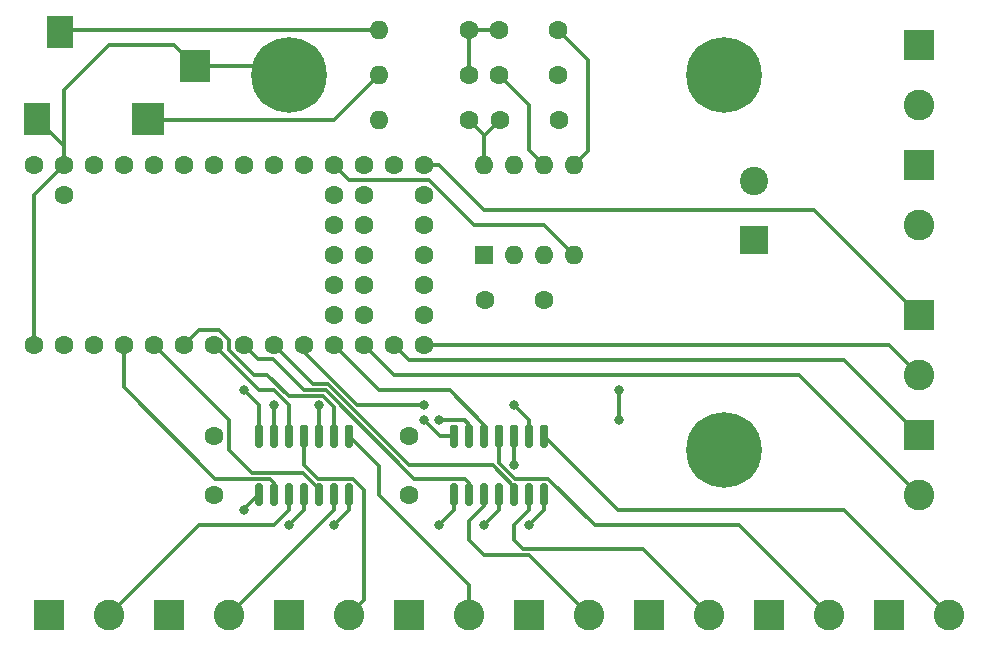
<source format=gbr>
%TF.GenerationSoftware,KiCad,Pcbnew,(5.1.10)-1*%
%TF.CreationDate,2022-06-29T20:33:17-04:00*%
%TF.ProjectId,RPI4_LEDs,52504934-5f4c-4454-9473-2e6b69636164,rev?*%
%TF.SameCoordinates,Original*%
%TF.FileFunction,Copper,L1,Top*%
%TF.FilePolarity,Positive*%
%FSLAX46Y46*%
G04 Gerber Fmt 4.6, Leading zero omitted, Abs format (unit mm)*
G04 Created by KiCad (PCBNEW (5.1.10)-1) date 2022-06-29 20:33:17*
%MOMM*%
%LPD*%
G01*
G04 APERTURE LIST*
%TA.AperFunction,ComponentPad*%
%ADD10C,1.600000*%
%TD*%
%TA.AperFunction,ComponentPad*%
%ADD11C,2.400000*%
%TD*%
%TA.AperFunction,ComponentPad*%
%ADD12R,2.400000X2.400000*%
%TD*%
%TA.AperFunction,ComponentPad*%
%ADD13O,1.600000X1.600000*%
%TD*%
%TA.AperFunction,ComponentPad*%
%ADD14C,2.600000*%
%TD*%
%TA.AperFunction,ComponentPad*%
%ADD15R,2.600000X2.600000*%
%TD*%
%TA.AperFunction,ComponentPad*%
%ADD16C,0.800000*%
%TD*%
%TA.AperFunction,ComponentPad*%
%ADD17C,6.400000*%
%TD*%
%TA.AperFunction,SMDPad,CuDef*%
%ADD18R,2.800000X2.800000*%
%TD*%
%TA.AperFunction,SMDPad,CuDef*%
%ADD19R,2.600000X2.800000*%
%TD*%
%TA.AperFunction,SMDPad,CuDef*%
%ADD20R,2.200000X2.800000*%
%TD*%
%TA.AperFunction,ComponentPad*%
%ADD21R,1.600000X1.600000*%
%TD*%
%TA.AperFunction,ViaPad*%
%ADD22C,0.800000*%
%TD*%
%TA.AperFunction,Conductor*%
%ADD23C,0.300000*%
%TD*%
%TA.AperFunction,Conductor*%
%ADD24C,0.400000*%
%TD*%
G04 APERTURE END LIST*
D10*
%TO.P,C7,2*%
%TO.N,Net-(C7-Pad2)*%
X133430000Y-80010000D03*
%TO.P,C7,1*%
%TO.N,GNDREF*%
X138430000Y-80010000D03*
%TD*%
D11*
%TO.P,C3,2*%
%TO.N,GNDREF*%
X154940000Y-85170000D03*
D12*
%TO.P,C3,1*%
%TO.N,+5V*%
X154940000Y-90170000D03*
%TD*%
D13*
%TO.P,R1,2*%
%TO.N,/Left*%
X123190000Y-72390000D03*
D10*
%TO.P,R1,1*%
%TO.N,Net-(C5-Pad1)*%
X130810000Y-72390000D03*
%TD*%
D14*
%TO.P,J13,2*%
%TO.N,GNDREF*%
X168910000Y-78740000D03*
D15*
%TO.P,J13,1*%
X168910000Y-73660000D03*
%TD*%
D14*
%TO.P,J12,2*%
%TO.N,+5V*%
X168910000Y-88900000D03*
D15*
%TO.P,J12,1*%
X168910000Y-83820000D03*
%TD*%
D16*
%TO.P,H4,1*%
%TO.N,GNDREF*%
X154097056Y-74502944D03*
X152400000Y-73800000D03*
X150702944Y-74502944D03*
X150000000Y-76200000D03*
X150702944Y-77897056D03*
X152400000Y-78600000D03*
X154097056Y-77897056D03*
X154800000Y-76200000D03*
D17*
X152400000Y-76200000D03*
%TD*%
D16*
%TO.P,H3,1*%
%TO.N,GNDREF*%
X154097056Y-106252944D03*
X152400000Y-105550000D03*
X150702944Y-106252944D03*
X150000000Y-107950000D03*
X150702944Y-109647056D03*
X152400000Y-110350000D03*
X154097056Y-109647056D03*
X154800000Y-107950000D03*
D17*
X152400000Y-107950000D03*
%TD*%
D16*
%TO.P,H2,1*%
%TO.N,GNDREF*%
X117267056Y-74502944D03*
X115570000Y-73800000D03*
X113872944Y-74502944D03*
X113170000Y-76200000D03*
X113872944Y-77897056D03*
X115570000Y-78600000D03*
X117267056Y-77897056D03*
X117970000Y-76200000D03*
D17*
X115570000Y-76200000D03*
%TD*%
D18*
%TO.P,J10,T*%
%TO.N,/Right*%
X103590000Y-79900000D03*
D19*
%TO.P,J10,R2*%
%TO.N,GNDREF*%
X107590000Y-75450000D03*
D20*
%TO.P,J10,S*%
X94190000Y-79900000D03*
%TO.P,J10,R1*%
%TO.N,/Left*%
X96190000Y-72500000D03*
%TD*%
D13*
%TO.P,U4,8*%
%TO.N,Net-(C7-Pad2)*%
X132080000Y-83820000D03*
%TO.P,U4,4*%
%TO.N,/Strobe*%
X139700000Y-91440000D03*
%TO.P,U4,7*%
%TO.N,/Reset_Equalizer*%
X134620000Y-83820000D03*
%TO.P,U4,3*%
%TO.N,/Equalizer_Out*%
X137160000Y-91440000D03*
%TO.P,U4,6*%
%TO.N,Net-(C6-Pad1)*%
X137160000Y-83820000D03*
%TO.P,U4,2*%
%TO.N,GNDREF*%
X134620000Y-91440000D03*
%TO.P,U4,5*%
%TO.N,Net-(C5-Pad2)*%
X139700000Y-83820000D03*
D21*
%TO.P,U4,1*%
%TO.N,+3V3*%
X132080000Y-91440000D03*
%TD*%
%TO.P,U3,14*%
%TO.N,+5V*%
%TA.AperFunction,SMDPad,CuDef*%
G36*
G01*
X129690000Y-107720000D02*
X129390000Y-107720000D01*
G75*
G02*
X129240000Y-107570000I0J150000D01*
G01*
X129240000Y-105920000D01*
G75*
G02*
X129390000Y-105770000I150000J0D01*
G01*
X129690000Y-105770000D01*
G75*
G02*
X129840000Y-105920000I0J-150000D01*
G01*
X129840000Y-107570000D01*
G75*
G02*
X129690000Y-107720000I-150000J0D01*
G01*
G37*
%TD.AperFunction*%
%TO.P,U3,13*%
%TO.N,GNDREF*%
%TA.AperFunction,SMDPad,CuDef*%
G36*
G01*
X130960000Y-107720000D02*
X130660000Y-107720000D01*
G75*
G02*
X130510000Y-107570000I0J150000D01*
G01*
X130510000Y-105920000D01*
G75*
G02*
X130660000Y-105770000I150000J0D01*
G01*
X130960000Y-105770000D01*
G75*
G02*
X131110000Y-105920000I0J-150000D01*
G01*
X131110000Y-107570000D01*
G75*
G02*
X130960000Y-107720000I-150000J0D01*
G01*
G37*
%TD.AperFunction*%
%TO.P,U3,12*%
%TO.N,/LED_7_3V3*%
%TA.AperFunction,SMDPad,CuDef*%
G36*
G01*
X132230000Y-107720000D02*
X131930000Y-107720000D01*
G75*
G02*
X131780000Y-107570000I0J150000D01*
G01*
X131780000Y-105920000D01*
G75*
G02*
X131930000Y-105770000I150000J0D01*
G01*
X132230000Y-105770000D01*
G75*
G02*
X132380000Y-105920000I0J-150000D01*
G01*
X132380000Y-107570000D01*
G75*
G02*
X132230000Y-107720000I-150000J0D01*
G01*
G37*
%TD.AperFunction*%
%TO.P,U3,11*%
%TO.N,/LED_7*%
%TA.AperFunction,SMDPad,CuDef*%
G36*
G01*
X133500000Y-107720000D02*
X133200000Y-107720000D01*
G75*
G02*
X133050000Y-107570000I0J150000D01*
G01*
X133050000Y-105920000D01*
G75*
G02*
X133200000Y-105770000I150000J0D01*
G01*
X133500000Y-105770000D01*
G75*
G02*
X133650000Y-105920000I0J-150000D01*
G01*
X133650000Y-107570000D01*
G75*
G02*
X133500000Y-107720000I-150000J0D01*
G01*
G37*
%TD.AperFunction*%
%TO.P,U3,10*%
%TO.N,GNDREF*%
%TA.AperFunction,SMDPad,CuDef*%
G36*
G01*
X134770000Y-107720000D02*
X134470000Y-107720000D01*
G75*
G02*
X134320000Y-107570000I0J150000D01*
G01*
X134320000Y-105920000D01*
G75*
G02*
X134470000Y-105770000I150000J0D01*
G01*
X134770000Y-105770000D01*
G75*
G02*
X134920000Y-105920000I0J-150000D01*
G01*
X134920000Y-107570000D01*
G75*
G02*
X134770000Y-107720000I-150000J0D01*
G01*
G37*
%TD.AperFunction*%
%TO.P,U3,9*%
%TO.N,/LED_6_3V3*%
%TA.AperFunction,SMDPad,CuDef*%
G36*
G01*
X136040000Y-107720000D02*
X135740000Y-107720000D01*
G75*
G02*
X135590000Y-107570000I0J150000D01*
G01*
X135590000Y-105920000D01*
G75*
G02*
X135740000Y-105770000I150000J0D01*
G01*
X136040000Y-105770000D01*
G75*
G02*
X136190000Y-105920000I0J-150000D01*
G01*
X136190000Y-107570000D01*
G75*
G02*
X136040000Y-107720000I-150000J0D01*
G01*
G37*
%TD.AperFunction*%
%TO.P,U3,8*%
%TO.N,/LED_6*%
%TA.AperFunction,SMDPad,CuDef*%
G36*
G01*
X137310000Y-107720000D02*
X137010000Y-107720000D01*
G75*
G02*
X136860000Y-107570000I0J150000D01*
G01*
X136860000Y-105920000D01*
G75*
G02*
X137010000Y-105770000I150000J0D01*
G01*
X137310000Y-105770000D01*
G75*
G02*
X137460000Y-105920000I0J-150000D01*
G01*
X137460000Y-107570000D01*
G75*
G02*
X137310000Y-107720000I-150000J0D01*
G01*
G37*
%TD.AperFunction*%
%TO.P,U3,7*%
%TO.N,GNDREF*%
%TA.AperFunction,SMDPad,CuDef*%
G36*
G01*
X137310000Y-112670000D02*
X137010000Y-112670000D01*
G75*
G02*
X136860000Y-112520000I0J150000D01*
G01*
X136860000Y-110870000D01*
G75*
G02*
X137010000Y-110720000I150000J0D01*
G01*
X137310000Y-110720000D01*
G75*
G02*
X137460000Y-110870000I0J-150000D01*
G01*
X137460000Y-112520000D01*
G75*
G02*
X137310000Y-112670000I-150000J0D01*
G01*
G37*
%TD.AperFunction*%
%TO.P,U3,6*%
%TO.N,/LED_5*%
%TA.AperFunction,SMDPad,CuDef*%
G36*
G01*
X136040000Y-112670000D02*
X135740000Y-112670000D01*
G75*
G02*
X135590000Y-112520000I0J150000D01*
G01*
X135590000Y-110870000D01*
G75*
G02*
X135740000Y-110720000I150000J0D01*
G01*
X136040000Y-110720000D01*
G75*
G02*
X136190000Y-110870000I0J-150000D01*
G01*
X136190000Y-112520000D01*
G75*
G02*
X136040000Y-112670000I-150000J0D01*
G01*
G37*
%TD.AperFunction*%
%TO.P,U3,5*%
%TO.N,/LED_5_3V3*%
%TA.AperFunction,SMDPad,CuDef*%
G36*
G01*
X134770000Y-112670000D02*
X134470000Y-112670000D01*
G75*
G02*
X134320000Y-112520000I0J150000D01*
G01*
X134320000Y-110870000D01*
G75*
G02*
X134470000Y-110720000I150000J0D01*
G01*
X134770000Y-110720000D01*
G75*
G02*
X134920000Y-110870000I0J-150000D01*
G01*
X134920000Y-112520000D01*
G75*
G02*
X134770000Y-112670000I-150000J0D01*
G01*
G37*
%TD.AperFunction*%
%TO.P,U3,4*%
%TO.N,GNDREF*%
%TA.AperFunction,SMDPad,CuDef*%
G36*
G01*
X133500000Y-112670000D02*
X133200000Y-112670000D01*
G75*
G02*
X133050000Y-112520000I0J150000D01*
G01*
X133050000Y-110870000D01*
G75*
G02*
X133200000Y-110720000I150000J0D01*
G01*
X133500000Y-110720000D01*
G75*
G02*
X133650000Y-110870000I0J-150000D01*
G01*
X133650000Y-112520000D01*
G75*
G02*
X133500000Y-112670000I-150000J0D01*
G01*
G37*
%TD.AperFunction*%
%TO.P,U3,3*%
%TO.N,/LED_4*%
%TA.AperFunction,SMDPad,CuDef*%
G36*
G01*
X132230000Y-112670000D02*
X131930000Y-112670000D01*
G75*
G02*
X131780000Y-112520000I0J150000D01*
G01*
X131780000Y-110870000D01*
G75*
G02*
X131930000Y-110720000I150000J0D01*
G01*
X132230000Y-110720000D01*
G75*
G02*
X132380000Y-110870000I0J-150000D01*
G01*
X132380000Y-112520000D01*
G75*
G02*
X132230000Y-112670000I-150000J0D01*
G01*
G37*
%TD.AperFunction*%
%TO.P,U3,2*%
%TO.N,/LED_4_3V3*%
%TA.AperFunction,SMDPad,CuDef*%
G36*
G01*
X130960000Y-112670000D02*
X130660000Y-112670000D01*
G75*
G02*
X130510000Y-112520000I0J150000D01*
G01*
X130510000Y-110870000D01*
G75*
G02*
X130660000Y-110720000I150000J0D01*
G01*
X130960000Y-110720000D01*
G75*
G02*
X131110000Y-110870000I0J-150000D01*
G01*
X131110000Y-112520000D01*
G75*
G02*
X130960000Y-112670000I-150000J0D01*
G01*
G37*
%TD.AperFunction*%
%TO.P,U3,1*%
%TO.N,GNDREF*%
%TA.AperFunction,SMDPad,CuDef*%
G36*
G01*
X129690000Y-112670000D02*
X129390000Y-112670000D01*
G75*
G02*
X129240000Y-112520000I0J150000D01*
G01*
X129240000Y-110870000D01*
G75*
G02*
X129390000Y-110720000I150000J0D01*
G01*
X129690000Y-110720000D01*
G75*
G02*
X129840000Y-110870000I0J-150000D01*
G01*
X129840000Y-112520000D01*
G75*
G02*
X129690000Y-112670000I-150000J0D01*
G01*
G37*
%TD.AperFunction*%
%TD*%
D10*
%TO.P,U2,44*%
%TO.N,Net-(U2-Pad44)*%
X119380000Y-96520000D03*
%TO.P,U2,43*%
%TO.N,Net-(U2-Pad43)*%
X121920000Y-96520000D03*
%TO.P,U2,42*%
%TO.N,Net-(U2-Pad42)*%
X119380000Y-93980000D03*
%TO.P,U2,41*%
%TO.N,Net-(U2-Pad41)*%
X121920000Y-93980000D03*
%TO.P,U2,40*%
%TO.N,Net-(U2-Pad40)*%
X119380000Y-91440000D03*
%TO.P,U2,39*%
%TO.N,Net-(U2-Pad39)*%
X121920000Y-91440000D03*
%TO.P,U2,38*%
%TO.N,Net-(U2-Pad38)*%
X119380000Y-88900000D03*
%TO.P,U2,37*%
%TO.N,Net-(U2-Pad37)*%
X121920000Y-88900000D03*
%TO.P,U2,36*%
%TO.N,Net-(U2-Pad36)*%
X119380000Y-86360000D03*
%TO.P,U2,35*%
%TO.N,Net-(U2-Pad35)*%
X121920000Y-86360000D03*
%TO.P,U2,1*%
%TO.N,GNDREF*%
X93980000Y-99060000D03*
%TO.P,U2,2*%
%TO.N,Net-(U2-Pad2)*%
X96520000Y-99060000D03*
%TO.P,U2,3*%
%TO.N,Net-(U2-Pad3)*%
X99060000Y-99060000D03*
%TO.P,U2,4*%
%TO.N,/LED_0_3V3*%
X101600000Y-99060000D03*
%TO.P,U2,5*%
%TO.N,/LED_1_3V3*%
X104140000Y-99060000D03*
%TO.P,U2,6*%
%TO.N,/LED_2_3V3*%
X106680000Y-99060000D03*
%TO.P,U2,7*%
%TO.N,/LED_3_3V3*%
X109220000Y-99060000D03*
%TO.P,U2,8*%
%TO.N,/LED_4_3V3*%
X111760000Y-99060000D03*
%TO.P,U2,9*%
%TO.N,/LED_5_3V3*%
X114300000Y-99060000D03*
%TO.P,U2,10*%
%TO.N,/LED_6_3V3*%
X116840000Y-99060000D03*
%TO.P,U2,11*%
%TO.N,/LED_7_3V3*%
X119380000Y-99060000D03*
%TO.P,U2,12*%
%TO.N,/CS*%
X121920000Y-99060000D03*
%TO.P,U2,13*%
%TO.N,/MOSI*%
X124460000Y-99060000D03*
%TO.P,U2,34*%
%TO.N,Net-(U2-Pad34)*%
X96520000Y-86360000D03*
%TO.P,U2,33*%
%TO.N,+5V*%
X93980000Y-83820000D03*
%TO.P,U2,32*%
%TO.N,GNDREF*%
X96520000Y-83820000D03*
%TO.P,U2,31*%
%TO.N,+3V3*%
X99060000Y-83820000D03*
%TO.P,U2,30*%
%TO.N,Net-(U2-Pad30)*%
X101600000Y-83820000D03*
%TO.P,U2,29*%
%TO.N,Net-(U2-Pad29)*%
X104140000Y-83820000D03*
%TO.P,U2,28*%
%TO.N,Net-(U2-Pad28)*%
X106680000Y-83820000D03*
%TO.P,U2,27*%
%TO.N,Net-(U2-Pad27)*%
X109220000Y-83820000D03*
%TO.P,U2,26*%
%TO.N,Net-(U2-Pad26)*%
X111760000Y-83820000D03*
%TO.P,U2,25*%
%TO.N,Net-(U2-Pad25)*%
X114300000Y-83820000D03*
%TO.P,U2,24*%
%TO.N,Net-(U2-Pad24)*%
X116840000Y-83820000D03*
%TO.P,U2,23*%
%TO.N,/Strobe*%
X119380000Y-83820000D03*
%TO.P,U2,22*%
%TO.N,/Reset_Equalizer*%
X121920000Y-83820000D03*
%TO.P,U2,21*%
%TO.N,/Equalizer_Out*%
X124460000Y-83820000D03*
%TO.P,U2,14*%
%TO.N,/MISO*%
X127000000Y-99060000D03*
%TO.P,U2,15*%
%TO.N,Net-(U2-Pad15)*%
X127000000Y-96520000D03*
%TO.P,U2,16*%
%TO.N,Net-(U2-Pad16)*%
X127000000Y-93980000D03*
%TO.P,U2,20*%
%TO.N,/SCK*%
X127000000Y-83820000D03*
%TO.P,U2,19*%
%TO.N,Net-(U2-Pad19)*%
X127000000Y-86360000D03*
%TO.P,U2,18*%
%TO.N,Net-(U2-Pad18)*%
X127000000Y-88900000D03*
%TO.P,U2,17*%
%TO.N,Net-(U2-Pad17)*%
X127000000Y-91440000D03*
%TD*%
%TO.P,U1,14*%
%TO.N,+5V*%
%TA.AperFunction,SMDPad,CuDef*%
G36*
G01*
X113180000Y-107720000D02*
X112880000Y-107720000D01*
G75*
G02*
X112730000Y-107570000I0J150000D01*
G01*
X112730000Y-105920000D01*
G75*
G02*
X112880000Y-105770000I150000J0D01*
G01*
X113180000Y-105770000D01*
G75*
G02*
X113330000Y-105920000I0J-150000D01*
G01*
X113330000Y-107570000D01*
G75*
G02*
X113180000Y-107720000I-150000J0D01*
G01*
G37*
%TD.AperFunction*%
%TO.P,U1,13*%
%TO.N,GNDREF*%
%TA.AperFunction,SMDPad,CuDef*%
G36*
G01*
X114450000Y-107720000D02*
X114150000Y-107720000D01*
G75*
G02*
X114000000Y-107570000I0J150000D01*
G01*
X114000000Y-105920000D01*
G75*
G02*
X114150000Y-105770000I150000J0D01*
G01*
X114450000Y-105770000D01*
G75*
G02*
X114600000Y-105920000I0J-150000D01*
G01*
X114600000Y-107570000D01*
G75*
G02*
X114450000Y-107720000I-150000J0D01*
G01*
G37*
%TD.AperFunction*%
%TO.P,U1,12*%
%TO.N,/LED_3_3V3*%
%TA.AperFunction,SMDPad,CuDef*%
G36*
G01*
X115720000Y-107720000D02*
X115420000Y-107720000D01*
G75*
G02*
X115270000Y-107570000I0J150000D01*
G01*
X115270000Y-105920000D01*
G75*
G02*
X115420000Y-105770000I150000J0D01*
G01*
X115720000Y-105770000D01*
G75*
G02*
X115870000Y-105920000I0J-150000D01*
G01*
X115870000Y-107570000D01*
G75*
G02*
X115720000Y-107720000I-150000J0D01*
G01*
G37*
%TD.AperFunction*%
%TO.P,U1,11*%
%TO.N,/LED_3*%
%TA.AperFunction,SMDPad,CuDef*%
G36*
G01*
X116990000Y-107720000D02*
X116690000Y-107720000D01*
G75*
G02*
X116540000Y-107570000I0J150000D01*
G01*
X116540000Y-105920000D01*
G75*
G02*
X116690000Y-105770000I150000J0D01*
G01*
X116990000Y-105770000D01*
G75*
G02*
X117140000Y-105920000I0J-150000D01*
G01*
X117140000Y-107570000D01*
G75*
G02*
X116990000Y-107720000I-150000J0D01*
G01*
G37*
%TD.AperFunction*%
%TO.P,U1,10*%
%TO.N,GNDREF*%
%TA.AperFunction,SMDPad,CuDef*%
G36*
G01*
X118260000Y-107720000D02*
X117960000Y-107720000D01*
G75*
G02*
X117810000Y-107570000I0J150000D01*
G01*
X117810000Y-105920000D01*
G75*
G02*
X117960000Y-105770000I150000J0D01*
G01*
X118260000Y-105770000D01*
G75*
G02*
X118410000Y-105920000I0J-150000D01*
G01*
X118410000Y-107570000D01*
G75*
G02*
X118260000Y-107720000I-150000J0D01*
G01*
G37*
%TD.AperFunction*%
%TO.P,U1,9*%
%TO.N,/LED_2_3V3*%
%TA.AperFunction,SMDPad,CuDef*%
G36*
G01*
X119530000Y-107720000D02*
X119230000Y-107720000D01*
G75*
G02*
X119080000Y-107570000I0J150000D01*
G01*
X119080000Y-105920000D01*
G75*
G02*
X119230000Y-105770000I150000J0D01*
G01*
X119530000Y-105770000D01*
G75*
G02*
X119680000Y-105920000I0J-150000D01*
G01*
X119680000Y-107570000D01*
G75*
G02*
X119530000Y-107720000I-150000J0D01*
G01*
G37*
%TD.AperFunction*%
%TO.P,U1,8*%
%TO.N,/LED_2*%
%TA.AperFunction,SMDPad,CuDef*%
G36*
G01*
X120800000Y-107720000D02*
X120500000Y-107720000D01*
G75*
G02*
X120350000Y-107570000I0J150000D01*
G01*
X120350000Y-105920000D01*
G75*
G02*
X120500000Y-105770000I150000J0D01*
G01*
X120800000Y-105770000D01*
G75*
G02*
X120950000Y-105920000I0J-150000D01*
G01*
X120950000Y-107570000D01*
G75*
G02*
X120800000Y-107720000I-150000J0D01*
G01*
G37*
%TD.AperFunction*%
%TO.P,U1,7*%
%TO.N,GNDREF*%
%TA.AperFunction,SMDPad,CuDef*%
G36*
G01*
X120800000Y-112670000D02*
X120500000Y-112670000D01*
G75*
G02*
X120350000Y-112520000I0J150000D01*
G01*
X120350000Y-110870000D01*
G75*
G02*
X120500000Y-110720000I150000J0D01*
G01*
X120800000Y-110720000D01*
G75*
G02*
X120950000Y-110870000I0J-150000D01*
G01*
X120950000Y-112520000D01*
G75*
G02*
X120800000Y-112670000I-150000J0D01*
G01*
G37*
%TD.AperFunction*%
%TO.P,U1,6*%
%TO.N,/LED_1*%
%TA.AperFunction,SMDPad,CuDef*%
G36*
G01*
X119530000Y-112670000D02*
X119230000Y-112670000D01*
G75*
G02*
X119080000Y-112520000I0J150000D01*
G01*
X119080000Y-110870000D01*
G75*
G02*
X119230000Y-110720000I150000J0D01*
G01*
X119530000Y-110720000D01*
G75*
G02*
X119680000Y-110870000I0J-150000D01*
G01*
X119680000Y-112520000D01*
G75*
G02*
X119530000Y-112670000I-150000J0D01*
G01*
G37*
%TD.AperFunction*%
%TO.P,U1,5*%
%TO.N,/LED_1_3V3*%
%TA.AperFunction,SMDPad,CuDef*%
G36*
G01*
X118260000Y-112670000D02*
X117960000Y-112670000D01*
G75*
G02*
X117810000Y-112520000I0J150000D01*
G01*
X117810000Y-110870000D01*
G75*
G02*
X117960000Y-110720000I150000J0D01*
G01*
X118260000Y-110720000D01*
G75*
G02*
X118410000Y-110870000I0J-150000D01*
G01*
X118410000Y-112520000D01*
G75*
G02*
X118260000Y-112670000I-150000J0D01*
G01*
G37*
%TD.AperFunction*%
%TO.P,U1,4*%
%TO.N,GNDREF*%
%TA.AperFunction,SMDPad,CuDef*%
G36*
G01*
X116990000Y-112670000D02*
X116690000Y-112670000D01*
G75*
G02*
X116540000Y-112520000I0J150000D01*
G01*
X116540000Y-110870000D01*
G75*
G02*
X116690000Y-110720000I150000J0D01*
G01*
X116990000Y-110720000D01*
G75*
G02*
X117140000Y-110870000I0J-150000D01*
G01*
X117140000Y-112520000D01*
G75*
G02*
X116990000Y-112670000I-150000J0D01*
G01*
G37*
%TD.AperFunction*%
%TO.P,U1,3*%
%TO.N,/LED_0*%
%TA.AperFunction,SMDPad,CuDef*%
G36*
G01*
X115720000Y-112670000D02*
X115420000Y-112670000D01*
G75*
G02*
X115270000Y-112520000I0J150000D01*
G01*
X115270000Y-110870000D01*
G75*
G02*
X115420000Y-110720000I150000J0D01*
G01*
X115720000Y-110720000D01*
G75*
G02*
X115870000Y-110870000I0J-150000D01*
G01*
X115870000Y-112520000D01*
G75*
G02*
X115720000Y-112670000I-150000J0D01*
G01*
G37*
%TD.AperFunction*%
%TO.P,U1,2*%
%TO.N,/LED_0_3V3*%
%TA.AperFunction,SMDPad,CuDef*%
G36*
G01*
X114450000Y-112670000D02*
X114150000Y-112670000D01*
G75*
G02*
X114000000Y-112520000I0J150000D01*
G01*
X114000000Y-110870000D01*
G75*
G02*
X114150000Y-110720000I150000J0D01*
G01*
X114450000Y-110720000D01*
G75*
G02*
X114600000Y-110870000I0J-150000D01*
G01*
X114600000Y-112520000D01*
G75*
G02*
X114450000Y-112670000I-150000J0D01*
G01*
G37*
%TD.AperFunction*%
%TO.P,U1,1*%
%TO.N,GNDREF*%
%TA.AperFunction,SMDPad,CuDef*%
G36*
G01*
X113180000Y-112670000D02*
X112880000Y-112670000D01*
G75*
G02*
X112730000Y-112520000I0J150000D01*
G01*
X112730000Y-110870000D01*
G75*
G02*
X112880000Y-110720000I150000J0D01*
G01*
X113180000Y-110720000D01*
G75*
G02*
X113330000Y-110870000I0J-150000D01*
G01*
X113330000Y-112520000D01*
G75*
G02*
X113180000Y-112670000I-150000J0D01*
G01*
G37*
%TD.AperFunction*%
%TD*%
D13*
%TO.P,R3,2*%
%TO.N,+3V3*%
X123190000Y-80010000D03*
D10*
%TO.P,R3,1*%
%TO.N,Net-(C7-Pad2)*%
X130810000Y-80010000D03*
%TD*%
D13*
%TO.P,R2,2*%
%TO.N,/Right*%
X123190000Y-76200000D03*
D10*
%TO.P,R2,1*%
%TO.N,Net-(C5-Pad1)*%
X130810000Y-76200000D03*
%TD*%
D14*
%TO.P,J11,2*%
%TO.N,/LED_7*%
X161290000Y-121920000D03*
D15*
%TO.P,J11,1*%
%TO.N,GNDREF*%
X156210000Y-121920000D03*
%TD*%
D14*
%TO.P,J9,2*%
%TO.N,/LED_6*%
X171450000Y-121920000D03*
D15*
%TO.P,J9,1*%
%TO.N,GNDREF*%
X166370000Y-121920000D03*
%TD*%
D14*
%TO.P,J8,2*%
%TO.N,/LED_5*%
X151130000Y-121920000D03*
D15*
%TO.P,J8,1*%
%TO.N,GNDREF*%
X146050000Y-121920000D03*
%TD*%
D14*
%TO.P,J7,2*%
%TO.N,/LED_4*%
X140970000Y-121920000D03*
D15*
%TO.P,J7,1*%
%TO.N,GNDREF*%
X135890000Y-121920000D03*
%TD*%
D14*
%TO.P,J6,2*%
%TO.N,/LED_3*%
X120650000Y-121920000D03*
D15*
%TO.P,J6,1*%
%TO.N,GNDREF*%
X115570000Y-121920000D03*
%TD*%
D14*
%TO.P,J5,2*%
%TO.N,/LED_2*%
X130810000Y-121920000D03*
D15*
%TO.P,J5,1*%
%TO.N,GNDREF*%
X125730000Y-121920000D03*
%TD*%
D14*
%TO.P,J4,2*%
%TO.N,/LED_1*%
X110490000Y-121920000D03*
D15*
%TO.P,J4,1*%
%TO.N,GNDREF*%
X105410000Y-121920000D03*
%TD*%
D14*
%TO.P,J3,2*%
%TO.N,/LED_0*%
X100330000Y-121920000D03*
D15*
%TO.P,J3,1*%
%TO.N,GNDREF*%
X95250000Y-121920000D03*
%TD*%
D14*
%TO.P,J2,2*%
%TO.N,/MISO*%
X168910000Y-101600000D03*
D15*
%TO.P,J2,1*%
%TO.N,/SCK*%
X168910000Y-96520000D03*
%TD*%
D14*
%TO.P,J1,2*%
%TO.N,/CS*%
X168910000Y-111760000D03*
D15*
%TO.P,J1,1*%
%TO.N,/MOSI*%
X168910000Y-106680000D03*
%TD*%
D10*
%TO.P,C6,2*%
%TO.N,GNDREF*%
X138350000Y-76200000D03*
%TO.P,C6,1*%
%TO.N,Net-(C6-Pad1)*%
X133350000Y-76200000D03*
%TD*%
%TO.P,C5,2*%
%TO.N,Net-(C5-Pad2)*%
X138350000Y-72390000D03*
%TO.P,C5,1*%
%TO.N,Net-(C5-Pad1)*%
X133350000Y-72390000D03*
%TD*%
%TO.P,C4,2*%
%TO.N,+3V3*%
X132160000Y-95250000D03*
%TO.P,C4,1*%
%TO.N,GNDREF*%
X137160000Y-95250000D03*
%TD*%
%TO.P,C2,2*%
%TO.N,+5V*%
X125730000Y-106760000D03*
%TO.P,C2,1*%
%TO.N,GNDREF*%
X125730000Y-111760000D03*
%TD*%
%TO.P,C1,2*%
%TO.N,+5V*%
X109220000Y-106760000D03*
%TO.P,C1,1*%
%TO.N,GNDREF*%
X109220000Y-111760000D03*
%TD*%
D22*
%TO.N,+5V*%
X111760000Y-102870000D03*
X127000000Y-105410000D03*
%TO.N,GNDREF*%
X128270000Y-114300000D03*
X132080000Y-114300000D03*
X135890000Y-114300000D03*
X119380000Y-114300000D03*
X115570000Y-114300000D03*
X111760000Y-113030000D03*
X114300000Y-104140000D03*
X118110000Y-104140000D03*
X128270000Y-105410000D03*
X134620000Y-109220000D03*
X143510000Y-105410000D03*
X143510000Y-102870000D03*
%TO.N,/LED_6_3V3*%
X134620000Y-104140000D03*
X127000000Y-104140000D03*
%TD*%
D23*
%TO.N,+5V*%
X113030000Y-105475000D02*
X113030000Y-104140000D01*
X113030000Y-104140000D02*
X111760000Y-102870000D01*
X111760000Y-102870000D02*
X111760000Y-102870000D01*
X113030000Y-105475000D02*
X113030000Y-106745000D01*
X129540000Y-106745000D02*
X128335000Y-106745000D01*
X128335000Y-106745000D02*
X127000000Y-105410000D01*
X127000000Y-105410000D02*
X127000000Y-105410000D01*
%TO.N,GNDREF*%
X93980000Y-99060000D02*
X93980000Y-86360000D01*
X93980000Y-86360000D02*
X96520000Y-83820000D01*
X96520000Y-82230000D02*
X94190000Y-79900000D01*
X96520000Y-83820000D02*
X96520000Y-82230000D01*
X96520000Y-82230000D02*
X96520000Y-77470000D01*
X96520000Y-77470000D02*
X100330000Y-73660000D01*
X105800000Y-73660000D02*
X107590000Y-75450000D01*
X100330000Y-73660000D02*
X105800000Y-73660000D01*
X115050000Y-75450000D02*
X115570000Y-74930000D01*
X107590000Y-75450000D02*
X115050000Y-75450000D01*
X129540000Y-111695000D02*
X129540000Y-113030000D01*
X129540000Y-113030000D02*
X128270000Y-114300000D01*
X137160000Y-111695000D02*
X137160000Y-113030000D01*
X137160000Y-113030000D02*
X135890000Y-114300000D01*
X133350000Y-111695000D02*
X133350000Y-113030000D01*
X133350000Y-113030000D02*
X132080000Y-114300000D01*
X128270000Y-114300000D02*
X128270000Y-114300000D01*
X132080000Y-114300000D02*
X132080000Y-114300000D01*
X135890000Y-114300000D02*
X135890000Y-114300000D01*
X113030000Y-111695000D02*
X111760000Y-112965000D01*
X111760000Y-112965000D02*
X111760000Y-113030000D01*
X116840000Y-111695000D02*
X116840000Y-113030000D01*
X116840000Y-113030000D02*
X115570000Y-114300000D01*
X120650000Y-111695000D02*
X120650000Y-113030000D01*
X120650000Y-113030000D02*
X119380000Y-114300000D01*
X119380000Y-114300000D02*
X119380000Y-114300000D01*
X115570000Y-114300000D02*
X115570000Y-114300000D01*
X111760000Y-113030000D02*
X111760000Y-113030000D01*
X114300000Y-106745000D02*
X114300000Y-104140000D01*
X118110000Y-106745000D02*
X118110000Y-104140000D01*
X114300000Y-104140000D02*
X114300000Y-104140000D01*
X118110000Y-104140000D02*
X118110000Y-104140000D01*
X130810000Y-105770000D02*
X130450000Y-105410000D01*
X130810000Y-106745000D02*
X130810000Y-105770000D01*
X130450000Y-105410000D02*
X128270000Y-105410000D01*
X128270000Y-105410000D02*
X128270000Y-105410000D01*
X134620000Y-106745000D02*
X134620000Y-107950000D01*
X134620000Y-107950000D02*
X134620000Y-109220000D01*
X134620000Y-109220000D02*
X134620000Y-109220000D01*
X143510000Y-105410000D02*
X143510000Y-102870000D01*
X143510000Y-102870000D02*
X143510000Y-102870000D01*
%TO.N,Net-(C5-Pad2)*%
X138350000Y-72390000D02*
X140890000Y-74930000D01*
X140890000Y-82630000D02*
X139700000Y-83820000D01*
X140890000Y-74930000D02*
X140890000Y-82630000D01*
%TO.N,Net-(C5-Pad1)*%
X133350000Y-72390000D02*
X130810000Y-72390000D01*
X130810000Y-76200000D02*
X130810000Y-72390000D01*
%TO.N,Net-(C6-Pad1)*%
X135890000Y-82550000D02*
X137160000Y-83820000D01*
X135890000Y-78740000D02*
X135890000Y-82550000D01*
X133350000Y-76200000D02*
X135890000Y-78740000D01*
%TO.N,/CS*%
X124460000Y-101600000D02*
X121920000Y-99060000D01*
X158750000Y-101600000D02*
X124460000Y-101600000D01*
X168910000Y-111760000D02*
X158750000Y-101600000D01*
%TO.N,/MOSI*%
X162560000Y-100330000D02*
X168910000Y-106680000D01*
X125730000Y-100330000D02*
X162560000Y-100330000D01*
X124460000Y-99060000D02*
X125730000Y-100330000D01*
%TO.N,/MISO*%
X166370000Y-99060000D02*
X168910000Y-101600000D01*
X127000000Y-99060000D02*
X166370000Y-99060000D01*
%TO.N,/SCK*%
X127000000Y-83820000D02*
X128270000Y-83820000D01*
X128270000Y-83820000D02*
X132080000Y-87630000D01*
X160020000Y-87630000D02*
X168910000Y-96520000D01*
X132080000Y-87630000D02*
X160020000Y-87630000D01*
%TO.N,/LED_0*%
X100330000Y-121920000D02*
X107950000Y-114300000D01*
X111760000Y-114300000D02*
X114300000Y-114300000D01*
X107950000Y-114300000D02*
X111760000Y-114300000D01*
X111760000Y-114300000D02*
X112670000Y-114300000D01*
X115570000Y-113030000D02*
X115570000Y-111695000D01*
X114300000Y-114300000D02*
X115570000Y-113030000D01*
%TO.N,/LED_1*%
X119380000Y-113030000D02*
X119380000Y-111695000D01*
X110490000Y-121920000D02*
X119380000Y-113030000D01*
%TO.N,/LED_2*%
X130810000Y-119380000D02*
X130810000Y-121920000D01*
X130810000Y-119380000D02*
X123190000Y-111760000D01*
X123190000Y-109285000D02*
X120650000Y-106745000D01*
X123190000Y-111760000D02*
X123190000Y-109285000D01*
%TO.N,/LED_3*%
X116840000Y-107157124D02*
X116840000Y-106680000D01*
X116840000Y-109220000D02*
X116840000Y-106745000D01*
X121007114Y-110369990D02*
X117989990Y-110369990D01*
X121920000Y-111282876D02*
X121007114Y-110369990D01*
X121920000Y-120650000D02*
X121920000Y-111282876D01*
X117989990Y-110369990D02*
X116840000Y-109220000D01*
X120650000Y-121920000D02*
X121920000Y-120650000D01*
%TO.N,/LED_4*%
X132080000Y-112670000D02*
X130810000Y-113940000D01*
X132080000Y-111695000D02*
X132080000Y-112670000D01*
X130810000Y-113940000D02*
X130810000Y-115570000D01*
X130810000Y-115570000D02*
X132080000Y-116840000D01*
X132080000Y-116840000D02*
X135890000Y-116840000D01*
X135890000Y-116840000D02*
X140970000Y-121920000D01*
%TO.N,/LED_5*%
X135890000Y-111695000D02*
X135890000Y-113030000D01*
X135890000Y-113030000D02*
X134620000Y-114300000D01*
X134620000Y-114300000D02*
X134620000Y-115570000D01*
X135389990Y-116339990D02*
X145549990Y-116339990D01*
X134620000Y-115570000D02*
X135389990Y-116339990D01*
X145549990Y-116339990D02*
X146050000Y-116840000D01*
X151130000Y-121920000D02*
X146050000Y-116840000D01*
%TO.N,/LED_6*%
X143445000Y-113030000D02*
X137160000Y-106745000D01*
X162560000Y-113030000D02*
X143445000Y-113030000D01*
X171450000Y-121920000D02*
X162560000Y-113030000D01*
%TO.N,/Right*%
X103700000Y-80010000D02*
X103590000Y-79900000D01*
X119380000Y-80010000D02*
X103700000Y-80010000D01*
X123190000Y-76200000D02*
X119380000Y-80010000D01*
%TO.N,/LED_7*%
X133350000Y-109060002D02*
X133350000Y-106745000D01*
X134659988Y-110369990D02*
X133350000Y-109060002D01*
X137517114Y-110369990D02*
X134659988Y-110369990D01*
X141447124Y-114300000D02*
X137517114Y-110369990D01*
X153670000Y-114300000D02*
X141447124Y-114300000D01*
X161290000Y-121920000D02*
X153670000Y-114300000D01*
D24*
%TO.N,/Left*%
X123080000Y-72500000D02*
X123190000Y-72390000D01*
D23*
X96300000Y-72390000D02*
X96190000Y-72500000D01*
X123190000Y-72390000D02*
X96300000Y-72390000D01*
%TO.N,Net-(C7-Pad2)*%
X130810000Y-80010000D02*
X132080000Y-81280000D01*
X132080000Y-81280000D02*
X132080000Y-83820000D01*
%TO.N,/LED_3_3V3*%
X109220000Y-99060000D02*
X113030000Y-102870000D01*
X113030000Y-102870000D02*
X114300000Y-102870000D01*
X114300000Y-102870000D02*
X115570000Y-104140000D01*
X115570000Y-104140000D02*
X115570000Y-106745000D01*
%TO.N,/LED_2_3V3*%
X106680000Y-99060000D02*
X107950000Y-97790000D01*
X110490000Y-99492002D02*
X112597998Y-101600000D01*
X110490000Y-98627998D02*
X110490000Y-99492002D01*
X109652002Y-97790000D02*
X110490000Y-98627998D01*
X107950000Y-97790000D02*
X109652002Y-97790000D01*
X113737120Y-101600000D02*
X115527119Y-103389999D01*
X112597998Y-101600000D02*
X113737120Y-101600000D01*
X119380000Y-104299998D02*
X119380000Y-106745000D01*
X118470001Y-103389999D02*
X119380000Y-104299998D01*
X115527119Y-103389999D02*
X118470001Y-103389999D01*
%TO.N,/LED_1_3V3*%
X104140000Y-99060000D02*
X110490000Y-105410000D01*
X110490000Y-105410000D02*
X110490000Y-107950000D01*
X118110000Y-111197120D02*
X118110000Y-111695000D01*
X116782860Y-109869980D02*
X118110000Y-111197120D01*
X112409980Y-109869980D02*
X116782860Y-109869980D01*
X110490000Y-107950000D02*
X112409980Y-109869980D01*
%TO.N,/LED_0_3V3*%
X113949990Y-110369990D02*
X109340010Y-110369990D01*
X114300000Y-110720000D02*
X113949990Y-110369990D01*
X114300000Y-111695000D02*
X114300000Y-110720000D01*
X101600000Y-102629980D02*
X101600000Y-99060000D01*
X109340010Y-110369990D02*
X101600000Y-102629980D01*
%TO.N,/LED_4_3V3*%
X130459990Y-110369990D02*
X130810000Y-110720000D01*
X126157112Y-110369990D02*
X130459990Y-110369990D01*
X130810000Y-110720000D02*
X130810000Y-111695000D01*
X118657122Y-102870000D02*
X126157112Y-110369990D01*
X116840000Y-102870000D02*
X118657122Y-102870000D01*
X114180001Y-100210001D02*
X116840000Y-102870000D01*
X112910001Y-100210001D02*
X114180001Y-100210001D01*
X111760000Y-99060000D02*
X112910001Y-100210001D01*
%TO.N,/LED_5_3V3*%
X114300000Y-99060000D02*
X117609990Y-102369990D01*
X117609990Y-102369990D02*
X118879990Y-102369990D01*
X118879990Y-102369990D02*
X125730000Y-109220000D01*
X134620000Y-111037122D02*
X134620000Y-111695000D01*
X132802878Y-109220000D02*
X134620000Y-111037122D01*
X125730000Y-109220000D02*
X132802878Y-109220000D01*
%TO.N,/LED_6_3V3*%
X135890000Y-106745000D02*
X135890000Y-105410000D01*
X135890000Y-105410000D02*
X134620000Y-104140000D01*
X134620000Y-104140000D02*
X134620000Y-104140000D01*
X116840000Y-99622880D02*
X116840000Y-99060000D01*
X121357120Y-104140000D02*
X116840000Y-99622880D01*
X127000000Y-104140000D02*
X121357120Y-104140000D01*
%TO.N,/LED_7_3V3*%
X119380000Y-99060000D02*
X123190000Y-102870000D01*
X132080000Y-105770000D02*
X132080000Y-106745000D01*
X129180000Y-102870000D02*
X132080000Y-105770000D01*
X123190000Y-102870000D02*
X129180000Y-102870000D01*
%TO.N,/Strobe*%
X127432002Y-85090000D02*
X120650000Y-85090000D01*
X120650000Y-85090000D02*
X119380000Y-83820000D01*
X131242002Y-88900000D02*
X127432002Y-85090000D01*
X137160000Y-88900000D02*
X131242002Y-88900000D01*
X139700000Y-91440000D02*
X137160000Y-88900000D01*
%TO.N,Net-(C7-Pad2)*%
X132160000Y-81280000D02*
X132080000Y-81280000D01*
X133430000Y-80010000D02*
X132160000Y-81280000D01*
%TD*%
M02*

</source>
